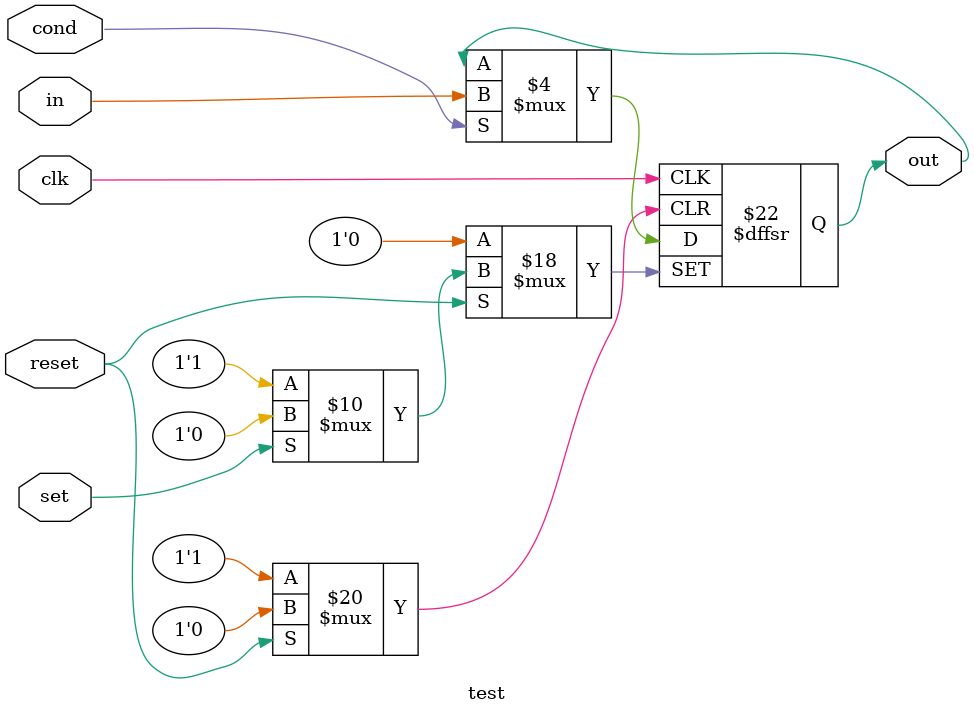
<source format=v>
module test(input  in,  input clk,  cond, set, reset, output reg out);
always @(posedge clk or negedge set or negedge reset)
    if(!set) out <= 1'b1;
	else if(!reset) out <= 1'b0;
	else if(cond) out <= in;
	
endmodule	

</source>
